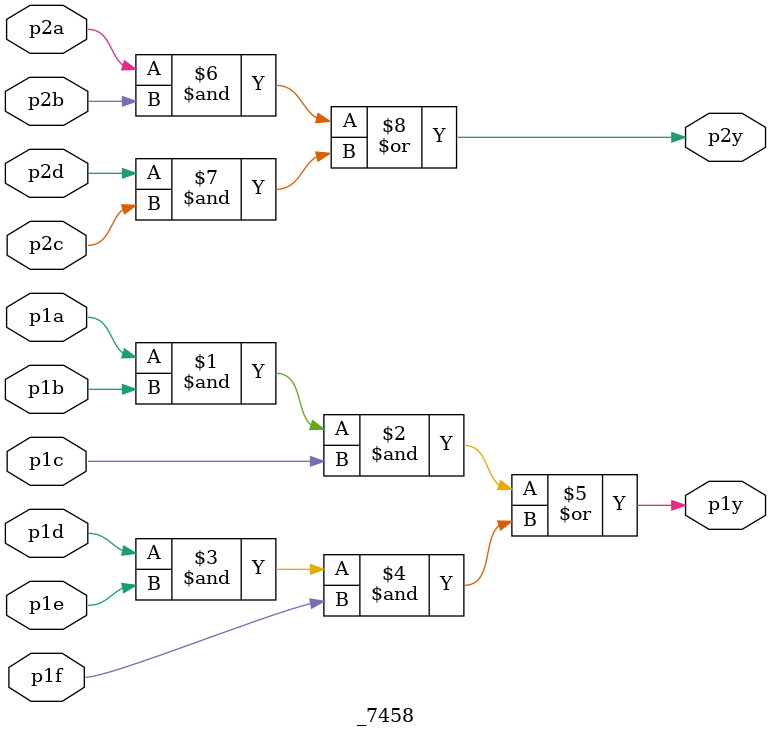
<source format=v>
module _7458 (
    input wire p1a,
    input wire p1b,
    input wire p1c,
    input wire p1d,
    input wire p1e,
    input wire p1f,
    output wire p1y,
    input wire p2a,
    input wire p2b,
    input wire p2c,
    input wire p2d,
    output wire p2y
);
    assign p1y = p1a & p1b & p1c | (p1d & p1e & p1f);
    assign p2y = p2a & p2b | (p2d & p2c);
endmodule

</source>
